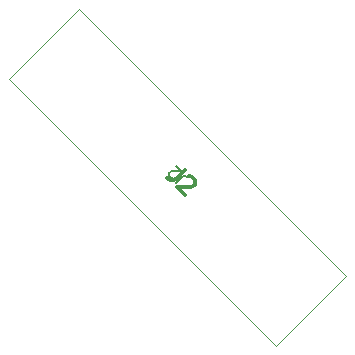
<source format=gbr>
G04 #@! TF.GenerationSoftware,KiCad,Pcbnew,5.99.0-unknown-43001cae3~104~ubuntu18.04.1*
G04 #@! TF.CreationDate,2020-11-12T23:28:15+01:00*
G04 #@! TF.ProjectId,QFHMIX01C,5146484d-4958-4303-9143-2e6b69636164,REV 0.2*
G04 #@! TF.SameCoordinates,Original*
G04 #@! TF.FileFunction,AssemblyDrawing,Top*
%FSLAX45Y45*%
G04 Gerber Fmt 4.5, Leading zero omitted, Abs format (unit mm)*
G04 Created by KiCad (PCBNEW 5.99.0-unknown-43001cae3~104~ubuntu18.04.1) date 2020-11-12 23:28:15*
%MOMM*%
%LPD*%
G01*
G04 APERTURE LIST*
%ADD10C,0.300000*%
%ADD11C,0.150000*%
%ADD12C,0.100000*%
G04 APERTURE END LIST*
D10*
X12107728Y-11886561D02*
X12031967Y-11962322D01*
X12011764Y-11972424D01*
X11991561Y-11972424D01*
X11971358Y-11962322D01*
X11961256Y-11952221D01*
X12143084Y-11942119D02*
X12153185Y-11942119D01*
X12168337Y-11947170D01*
X12193591Y-11972424D01*
X12198642Y-11987576D01*
X12198642Y-11997678D01*
X12193591Y-12012830D01*
X12183490Y-12022931D01*
X12163287Y-12033033D01*
X12042068Y-12033033D01*
X12107728Y-12098693D01*
D11*
X12034848Y-11994332D02*
X12085355Y-11943825D01*
X12098824Y-11937090D01*
X12112293Y-11937090D01*
X12125761Y-11943825D01*
X12132496Y-11950559D01*
X12011277Y-11957293D02*
X12004543Y-11957293D01*
X11994442Y-11953926D01*
X11977606Y-11937090D01*
X11974238Y-11926989D01*
X11974238Y-11920254D01*
X11977606Y-11910153D01*
X11984340Y-11903418D01*
X11997809Y-11896684D01*
X12078621Y-11896684D01*
X12034848Y-11852911D01*
D12*
X10622139Y-11114836D02*
X11214836Y-10522139D01*
X11214836Y-10522139D02*
X13477861Y-12785164D01*
X12885164Y-13377861D02*
X10622139Y-11114836D01*
X13477861Y-12785164D02*
X12885164Y-13377861D01*
M02*

</source>
